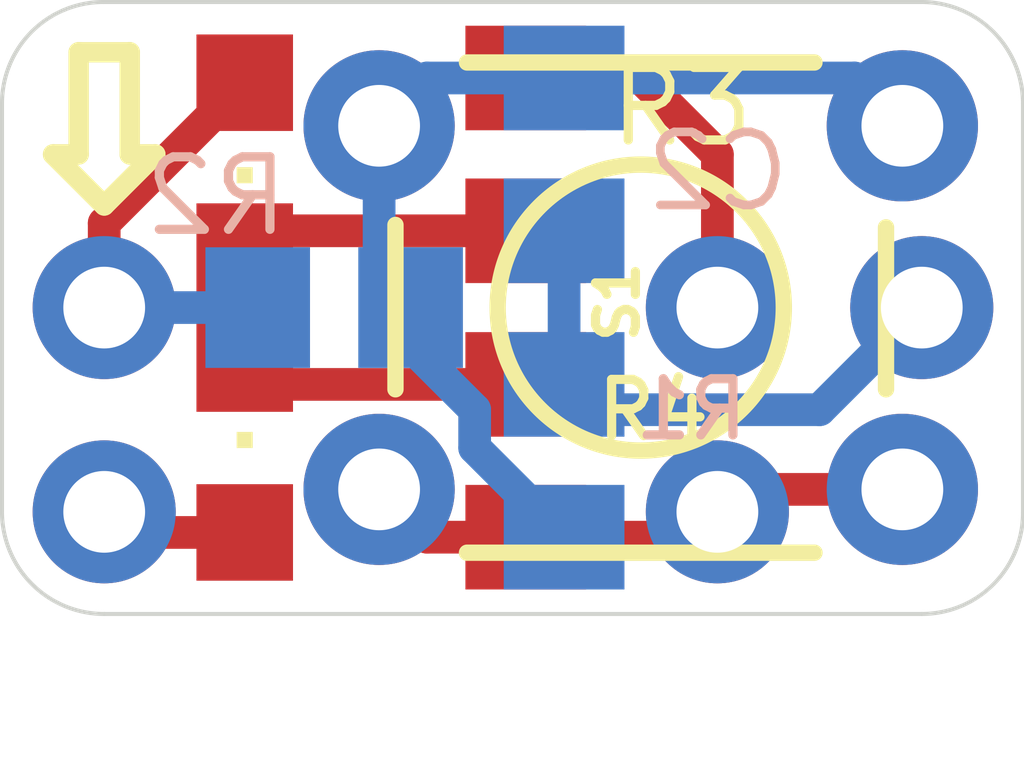
<source format=kicad_pcb>
(kicad_pcb (version 20241229) (generator "pcbnew") (generator_version "9.0")
  (layers (0 "F.Cu" signal) (2 "B.Cu" signal) (13 "F.Paste" user) (15 "B.Paste" user) (5 "F.SilkS" user "F.Silkscreen") (7 "B.SilkS" user "B.Silkscreen") (1 "F.Mask" user) (3 "B.Mask" user) (25 "Edge.Cuts" user))
  (net 0 "")
  (net 1 "N$1")
  (net 2 "OUTER")
  (net 3 "N$2")
  (net 4 "N$3")
  (net 5 "INNER")
  (net 6 "SIG1")
  (net 7 "SIG2")
  (net 8 "N$4")
  (footprint "single_button-dual_LED:LED-805" (layer "F.Cu") (at 145.1736 106.74485)
    (property "Reference" "LED4" (hide yes))
    (property "Value" "")
    (fp_poly (pts (xy -0.1 0) (xy 0.1 0) (xy 0.1 -0.2) (xy -0.1 -0.2)) (fill yes) (layer "F.SilkS"))
    (pad "A" smd rect (at 0 1.05) (size 1.2 1.2) (layers "F.Cu" "F.Mask" "F.Paste") (net 7 "SIG2"))
    (pad "C" smd rect (at 0 -1.05) (size 1.2 1.2) (layers "F.Cu" "F.Mask" "F.Paste") (net 3 "N$2"))
  )
  (footprint "single_button-dual_LED:LED-805" (layer "F.Cu") (at 145.1736 103.25235 180)
    (property "Reference" "LED3" (hide yes))
    (property "Value" "")
    (fp_poly (pts (xy -0.1 0) (xy 0.1 0) (xy 0.1 -0.2) (xy -0.1 -0.2)) (fill yes) (layer "F.SilkS"))
    (pad "A" smd rect (at 0 1.05 180) (size 1.2 1.2) (layers "F.Cu" "F.Mask" "F.Paste") (net 6 "SIG1"))
    (pad "C" smd rect (at 0 -1.05 180) (size 1.2 1.2) (layers "F.Cu" "F.Mask" "F.Paste") (net 4 "N$3"))
  )
  (footprint "single_button-dual_LED:1X01-CLEANBIG" (layer "F.Cu") (at 143.42735 104.9986)
    (property "Reference" "SIG1" (hide yes))
    (property "Value" "")
    (pad "1" thru_hole circle (at 0 0) (size 1.778 1.778) (drill 1.016) (layers "*.Cu" "*.Mask") (net 6 "SIG1"))
  )
  (footprint "single_button-dual_LED:R805" (layer "F.Cu") (at 148.6661 103.0936 -90)
    (property "Reference" "R3" (at -0.0635 -0.98425 0) (layer "F.SilkS") (effects (font (size 0.9017 0.9017) (thickness 0.1143)) (justify left bottom)))
    (property "Value" "")
    (pad "1" smd rect (at -0.95 0 270) (size 1.3 1.5) (layers "F.Cu" "F.Mask" "F.Paste") (net 8 "N$4"))
    (pad "2" smd rect (at 0.95 0 270) (size 1.3 1.5) (layers "F.Cu" "F.Mask" "F.Paste") (net 4 "N$3"))
  )
  (footprint "single_button-dual_LED:1X01-CLEANBIG" (layer "F.Cu") (at 151.04735 107.5386)
    (property "Reference" "INNER0" (hide yes))
    (property "Value" "")
    (pad "1" thru_hole circle (at 0 0) (size 1.778 1.778) (drill 1.016) (layers "*.Cu" "*.Mask") (net 5 "INNER"))
  )
  (footprint "single_button-dual_LED:TACTILE-PTH" (layer "F.Cu") (at 150.09485 104.9986)
    (property "Reference" "S1" (at 0 0.47625 90) (layer "F.SilkS") (effects (font (size 0.4953 0.4953) (thickness 0.1143)) (justify left bottom)))
    (property "Value" "" (hide yes))
    (fp_line (start -3.048 -1.028) (end -3.048 1.016) (stroke (width 0.2032)) (layer "F.SilkS"))
    (fp_line (start -2.159 3.048) (end 2.159 3.048) (stroke (width 0.2032)) (layer "F.SilkS"))
    (fp_line (start 2.159 -3.048) (end -2.159 -3.048) (stroke (width 0.2032)) (layer "F.SilkS"))
    (fp_line (start 3.048 -0.998) (end 3.048 1.016) (stroke (width 0.2032)) (layer "F.SilkS"))
    (fp_circle (center 0 0) (end 1.778 0) (stroke (width 0.2032)) (fill no) (layer "F.SilkS"))
    (pad "1" thru_hole circle (at -3.2512 -2.2606) (size 1.8796 1.8796) (drill 1.016) (layers "*.Cu" "*.Mask") (net 1 "N$1"))
    (pad "2" thru_hole circle (at 3.2512 -2.2606) (size 1.8796 1.8796) (drill 1.016) (layers "*.Cu" "*.Mask") (net 1 "N$1"))
    (pad "3" thru_hole circle (at -3.2512 2.2606) (size 1.8796 1.8796) (drill 1.016) (layers "*.Cu" "*.Mask") (net 5 "INNER"))
    (pad "4" thru_hole circle (at 3.2512 2.2606) (size 1.8796 1.8796) (drill 1.016) (layers "*.Cu" "*.Mask") (net 5 "INNER"))
  )
  (footprint "single_button-dual_LED:R805" (layer "F.Cu") (at 148.6661 106.9036 90)
    (property "Reference" "R4" (at 0.22225 0.8255 0) (layer "F.SilkS") (effects (font (size 0.6985 0.6985) (thickness 0.1143)) (justify left bottom)))
    (property "Value" "")
    (pad "1" smd rect (at -0.95 0 90) (size 1.3 1.5) (layers "F.Cu" "F.Mask" "F.Paste") (net 5 "INNER"))
    (pad "2" smd rect (at 0.95 0 90) (size 1.3 1.5) (layers "F.Cu" "F.Mask" "F.Paste") (net 3 "N$2"))
  )
  (footprint "single_button-dual_LED:1X01-CLEANBIG" (layer "F.Cu") (at 143.42735 107.5386)
    (property "Reference" "UNK2" (hide yes))
    (property "Value" "")
    (pad "1" thru_hole circle (at 0 0) (size 1.778 1.778) (drill 1.016) (layers "*.Cu" "*.Mask") (net 7 "SIG2"))
  )
  (footprint "single_button-dual_LED:1X01-CLEANBIG" (layer "F.Cu") (at 153.58735 104.9986)
    (property "Reference" "OUTER0" (hide yes))
    (property "Value" "")
    (pad "1" thru_hole circle (at 0 0) (size 1.778 1.778) (drill 1.016) (layers "*.Cu" "*.Mask") (net 2 "OUTER"))
  )
  (footprint "single_button-dual_LED:1X01-CLEANBIG" (layer "F.Cu") (at 151.04735 104.9986)
    (property "Reference" "INNER2" (hide yes))
    (property "Value" "")
    (pad "1" thru_hole circle (at 0 0) (size 1.778 1.778) (drill 1.016) (layers "*.Cu" "*.Mask") (net 8 "N$4"))
  )
  (footprint "single_button-dual_LED:C805" (layer "B.Cu") (at 149.14235 103.0936 -90)
    (property "Reference" "C2" (at -0.3175 -0.9525 0) (layer "B.SilkS") (effects (font (size 0.90871 0.90871) (thickness 0.10729)) (justify right top mirror)))
    (property "Value" "")
    (pad "1" smd rect (at -0.95 0 270) (size 1.3 1.5) (layers "B.Cu" "B.Mask" "B.Paste") (net 1 "N$1"))
    (pad "2" smd rect (at 0.95 0 270) (size 1.3 1.5) (layers "B.Cu" "B.Mask" "B.Paste") (net 2 "OUTER"))
  )
  (footprint "single_button-dual_LED:R805" (layer "B.Cu") (at 149.14235 106.9036 -90)
    (property "Reference" "R1" (at -1.04775 -0.8255 0) (layer "B.SilkS") (effects (font (size 0.6985 0.6985) (thickness 0.1143)) (justify right top mirror)))
    (property "Value" "")
    (pad "1" smd rect (at -0.95 0 270) (size 1.3 1.5) (layers "B.Cu" "B.Mask" "B.Paste") (net 2 "OUTER"))
    (pad "2" smd rect (at 0.95 0 270) (size 1.3 1.5) (layers "B.Cu" "B.Mask" "B.Paste") (net 1 "N$1"))
  )
  (footprint "single_button-dual_LED:R805" (layer "B.Cu") (at 146.28485 104.9986 180)
    (property "Reference" "R2" (at 0.508 0.85725 -0) (layer "B.SilkS") (effects (font (size 0.9017 0.9017) (thickness 0.1143)) (justify left bottom mirror)))
    (property "Value" "")
    (pad "1" smd rect (at -0.95 0 180) (size 1.3 1.5) (layers "B.Cu" "B.Mask" "B.Paste") (net 1 "N$1"))
    (pad "2" smd rect (at 0.95 0 180) (size 1.3 1.5) (layers "B.Cu" "B.Mask" "B.Paste") (net 6 "SIG1"))
  )
  (gr_line (start 144.06235 103.0936) (end 143.74485 103.0936) (stroke (width 0.254)) (layer "F.SilkS"))
  (gr_line (start 143.10985 101.8236) (end 143.10985 103.0936) (stroke (width 0.254)) (layer "F.SilkS"))
  (gr_line (start 143.42735 103.7286) (end 144.06235 103.0936) (stroke (width 0.254)) (layer "F.SilkS"))
  (gr_line (start 142.79235 103.0936) (end 143.42735 103.7286) (stroke (width 0.254)) (layer "F.SilkS"))
  (gr_line (start 143.10985 103.0936) (end 142.79235 103.0936) (stroke (width 0.254)) (layer "F.SilkS"))
  (gr_line (start 143.74485 101.8236) (end 143.10985 101.8236) (stroke (width 0.254)) (layer "F.SilkS"))
  (gr_line (start 143.74485 103.0936) (end 143.74485 101.8236) (stroke (width 0.254)) (layer "F.SilkS"))
  (gr_arc (start 143.42735 108.8086) (mid 142.529324 108.436626) (end 142.15735 107.5386) (stroke (width 0.05)) (layer "Edge.Cuts"))
  (gr_line (start 154.84485 107.5511) (end 154.84485 102.45866) (stroke (width 0.05)) (layer "Edge.Cuts"))
  (gr_arc (start 142.15735 102.4586) (mid 142.526395 101.567645) (end 143.41735 101.1986) (stroke (width 0.05)) (layer "Edge.Cuts"))
  (gr_arc (start 154.84485 107.5511) (mid 154.476537 108.440287) (end 153.58735 108.8086) (stroke (width 0.05)) (layer "Edge.Cuts"))
  (gr_line (start 143.42735 108.8086) (end 153.58735 108.8086) (stroke (width 0.05)) (layer "Edge.Cuts"))
  (gr_line (start 142.15735 102.4586) (end 142.15735 107.5386) (stroke (width 0.05)) (layer "Edge.Cuts"))
  (gr_line (start 153.58479 101.1986) (end 143.41735 101.1986) (stroke (width 0.05)) (layer "Edge.Cuts"))
  (gr_arc (start 153.58479 101.1986) (mid 154.475787 101.567663) (end 154.84485 102.45866) (stroke (width 0.05)) (layer "Edge.Cuts"))
  (segment (start 146.84365 102.738) (end 147.43805 102.1436) (width 0.4064) (layer "B.Cu") (net 1))
  (segment (start 152.75165 102.1436) (end 153.34605 102.738) (width 0.4064) (layer "B.Cu") (net 1))
  (segment (start 147.23485 104.9986) (end 146.84365 104.6074) (width 0.4064) (layer "B.Cu") (net 1))
  (segment (start 146.84365 104.6074) (end 146.84365 102.738) (width 0.4064) (layer "B.Cu") (net 1))
  (segment (start 147.43805 102.1436) (end 149.14235 102.1436) (width 0.4064) (layer "B.Cu") (net 1))
  (segment (start 147.23485 105.47235) (end 148.0311 106.2686) (width 0.4064) (layer "B.Cu") (net 1))
  (segment (start 149.14235 102.1436) (end 152.75165 102.1436) (width 0.4064) (layer "B.Cu") (net 1))
  (segment (start 148.0311 106.74235) (end 149.14235 107.8536) (width 0.4064) (layer "B.Cu") (net 1))
  (segment (start 148.0311 106.2686) (end 148.0311 106.74235) (width 0.4064) (layer "B.Cu") (net 1))
  (segment (start 147.23485 104.9986) (end 147.23485 105.47235) (width 0.4064) (layer "B.Cu") (net 1))
  (segment (start 149.14235 104.0436) (end 149.14235 105.9536) (width 0.4064) (layer "B.Cu") (net 2))
  (segment (start 149.45735 106.2686) (end 149.14235 105.9536) (width 0.4064) (layer "B.Cu") (net 2))
  (segment (start 153.58735 104.9986) (end 152.31735 106.2686) (width 0.4064) (layer "B.Cu") (net 2))
  (segment (start 152.31735 106.2686) (end 149.45735 106.2686) (width 0.4064) (layer "B.Cu") (net 2))
  (segment (start 145.43235 105.9536) (end 148.6661 105.9536) (width 0.4064) (layer "F.Cu") (net 3))
  (segment (start 145.1736 105.69485) (end 145.43235 105.9536) (width 0.4064) (layer "F.Cu") (net 3))
  (segment (start 145.1736 104.30235) (end 145.43235 104.0436) (width 0.4064) (layer "F.Cu") (net 4))
  (segment (start 145.43235 104.0436) (end 148.6661 104.0436) (width 0.4064) (layer "F.Cu") (net 4))
  (segment (start 146.84365 107.2592) (end 147.43805 107.8536) (width 0.4064) (layer "F.Cu") (net 5))
  (segment (start 147.43805 107.8536) (end 148.6661 107.8536) (width 0.4064) (layer "F.Cu") (net 5))
  (segment (start 148.6661 107.8536) (end 150.73235 107.8536) (width 0.4064) (layer "F.Cu") (net 5))
  (segment (start 150.73235 107.8536) (end 151.04735 107.5386) (width 0.4064) (layer "F.Cu") (net 5))
  (segment (start 151.32675 107.2592) (end 153.34605 107.2592) (width 0.4064) (layer "F.Cu") (net 5))
  (segment (start 151.04735 107.5386) (end 151.32675 107.2592) (width 0.4064) (layer "F.Cu") (net 5))
  (segment (start 145.1736 102.20235) (end 143.42735 103.9486) (width 0.4064) (layer "F.Cu") (net 6))
  (segment (start 143.42735 103.9486) (end 143.42735 104.9986) (width 0.4064) (layer "F.Cu") (net 6))
  (segment (start 143.42735 104.9986) (end 145.33485 104.9986) (width 0.4064) (layer "B.Cu") (net 6))
  (segment (start 143.42735 107.5386) (end 143.6836 107.79485) (width 0.4064) (layer "F.Cu") (net 7))
  (segment (start 143.6836 107.79485) (end 145.1736 107.79485) (width 0.4064) (layer "F.Cu") (net 7))
  (segment (start 148.6661 102.1436) (end 150.09735 102.1436) (width 0.4064) (layer "F.Cu") (net 8))
  (segment (start 150.09735 102.1436) (end 151.04735 103.0936) (width 0.4064) (layer "F.Cu") (net 8))
  (segment (start 151.04735 103.0936) (end 151.04735 104.9986) (width 0.4064) (layer "F.Cu") (net 8))
)
</source>
